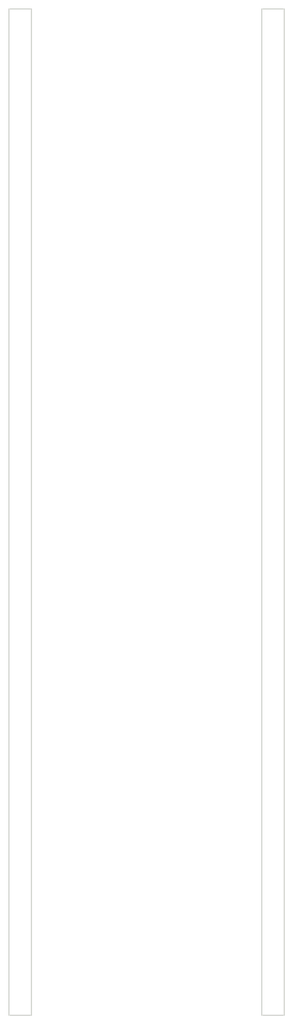
<source format=kicad_pcb>
(kicad_pcb (version 20241229) (generator "pcbnew") (generator_version "9.0")
  (title_block (title "Conn_02x36_Counter_Clockwise") (date "2025-09-29") (rev "V0"))
  (layers (0 "F.Cu" signal) (2 "B.Cu" signal) (13 "F.Paste" user) (15 "B.Paste" user) (5 "F.SilkS" user "F.Silkscreen") (7 "B.SilkS" user "B.Silkscreen") (1 "F.Mask" user) (3 "B.Mask" user) (25 "Edge.Cuts" user))
  (net 0 "")
  (footprint "SamacSys_Parts:PinHeader_1x36_P2.54mm_Vertical" (layer "B.Cu") (at 22.86 0 180)
    (property "Reference" "J2" (hide yes))
    (property "Value" "Pin_Header_01x36")
  )
  (footprint "SamacSys_Parts:PinHeader_1x36_P2.54mm_Vertical" (layer "B.Cu") (at 0 0 180)
    (property "Reference" "J1" (hide yes))
    (property "Value" "Pin_Header_01x36")
  )
  (gr_line (start 1.016 -1.016) (end 1.016 89.916) (stroke (width 0.1)) (layer "Edge.Cuts"))
  (gr_line (start -1.016 -1.016) (end 1.016 -1.016) (stroke (width 0.1)) (layer "Edge.Cuts"))
  (gr_line (start 21.844 -1.016) (end 23.876 -1.016) (stroke (width 0.1)) (layer "Edge.Cuts"))
  (gr_line (start 23.876 -1.016) (end 23.876 89.916) (stroke (width 0.1)) (layer "Edge.Cuts"))
  (gr_line (start 1.016 89.916) (end -1.016 89.916) (stroke (width 0.1)) (layer "Edge.Cuts"))
  (gr_line (start 23.876 89.916) (end 21.844 89.916) (stroke (width 0.1)) (layer "Edge.Cuts"))
  (gr_line (start -1.016 89.916) (end -1.016 -1.016) (stroke (width 0.1)) (layer "Edge.Cuts"))
  (gr_line (start 21.844 89.916) (end 21.844 -1.016) (stroke (width 0.1)) (layer "Edge.Cuts"))
)
</source>
